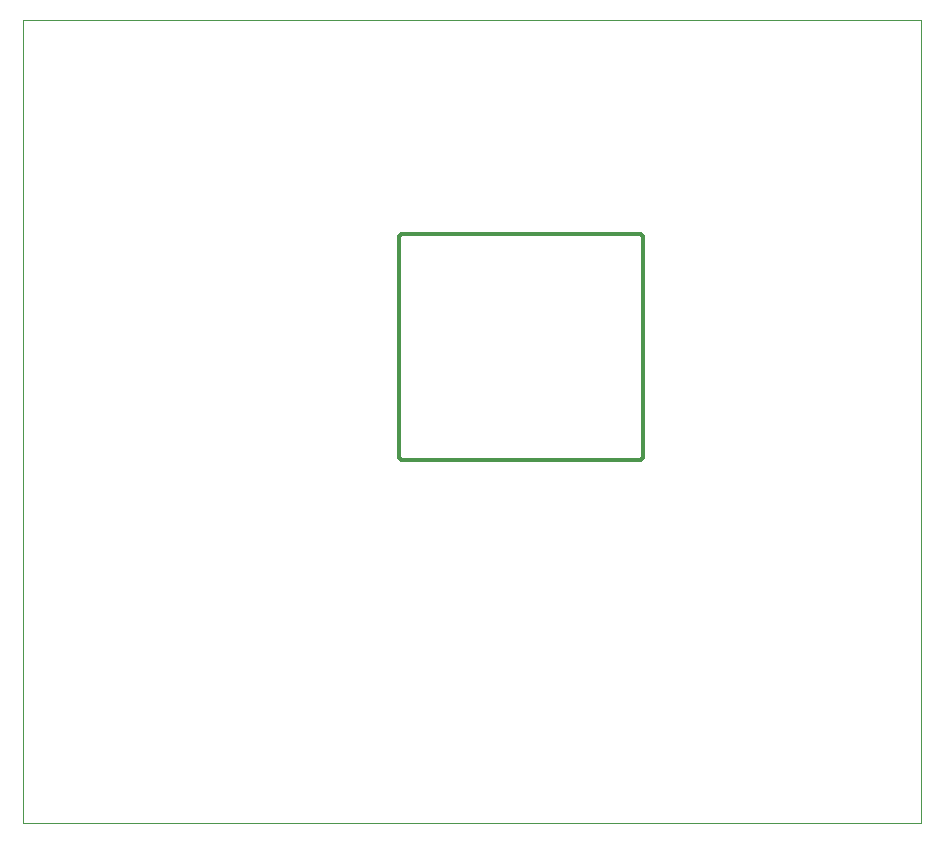
<source format=gko>
%FSTAX23Y23*%
%MOIN*%
%SFA1B1*%

%IPPOS*%
%ADD11C,0.011810*%
%ADD56C,0.003940*%
%LNmod_duo_x_g3399-1*%
%LPD*%
G54D11*
X02052Y01211D02*
D01*
X02053Y01211*
X02054Y01211*
X02055Y01211*
X02056Y01211*
X02057Y01211*
X02058Y01212*
X02059Y01212*
X0206Y01213*
X02061Y01213*
X02062Y01214*
X02062Y01215*
X02063Y01216*
X02064Y01216*
X02064Y01217*
X02065Y01218*
X02066Y01219*
X02066Y0122*
X02066Y01221*
X02067Y01222*
X02067Y01223*
X02067Y01224*
X02067Y01225*
X02067Y01226*
X01253Y01226D02*
D01*
X01253Y01225*
X01253Y01223*
X01253Y01222*
X01253Y01221*
X01253Y0122*
X01254Y01219*
X01254Y01219*
X01255Y01218*
X01255Y01217*
X01256Y01216*
X01257Y01215*
X01258Y01214*
X01258Y01214*
X01259Y01213*
X0126Y01213*
X01261Y01212*
X01262Y01212*
X01263Y01211*
X01264Y01211*
X01265Y01211*
X01266Y01211*
X01267Y01211*
X01268Y01211*
X02067Y0195D02*
D01*
X02067Y01951*
X02067Y01952*
X02067Y01953*
X02066Y01954*
X02066Y01955*
X02066Y01956*
X02065Y01957*
X02065Y01958*
X02064Y01959*
X02064Y0196*
X02063Y0196*
X02062Y01961*
X02061Y01962*
X0206Y01963*
X0206Y01963*
X02059Y01964*
X02058Y01964*
X02057Y01964*
X02056Y01965*
X02055Y01965*
X02054Y01965*
X02053Y01965*
X02052Y01965*
X01268Y01965D02*
D01*
X01267Y01965*
X01265Y01965*
X01264Y01965*
X01263Y01965*
X01262Y01964*
X01261Y01964*
X01261Y01963*
X0126Y01963*
X01259Y01962*
X01258Y01962*
X01257Y01961*
X01256Y0196*
X01256Y01959*
X01255Y01958*
X01255Y01958*
X01254Y01957*
X01254Y01956*
X01253Y01955*
X01253Y01954*
X01253Y01953*
X01253Y01952*
X01253Y01951*
X01253Y0195*
X01268Y01965D02*
X02052Y01965D01*
X01268Y01211D02*
X02052Y01211D01*
X01253Y01226D02*
X01253Y0195D01*
X02067Y01226D02*
X02067Y0195D01*
G54D56*
X02992Y0D02*
Y02677D01*
X0D02*
X02992D01*
X0Y0D02*
Y02677D01*
Y0D02*
X02992D01*
M02*
</source>
